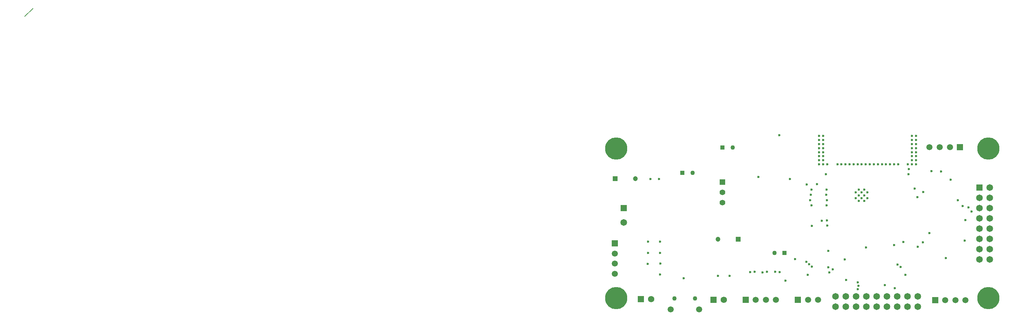
<source format=gbr>
G04 Layer_Physical_Order=2*
G04 Layer_Color=16440176*
%FSLAX45Y45*%
%MOMM*%
%TF.FileFunction,Copper,L2,Inr,Signal*%
%TF.Part,Single*%
G01*
G75*
%TA.AperFunction,ComponentPad*%
%ADD37R,1.40000X1.40000*%
%ADD38C,1.40000*%
%ADD39C,1.65000*%
%ADD40R,1.65000X1.65000*%
%ADD41C,0.60000*%
%ADD42C,1.20000*%
%ADD43R,1.20000X1.20000*%
%ADD44R,1.10000X1.10000*%
%ADD45C,1.10000*%
%TA.AperFunction,ViaPad*%
%ADD46C,5.50000*%
%TA.AperFunction,ComponentPad*%
%ADD47C,1.50000*%
%ADD49C,1.57500*%
%ADD50R,1.57500X1.57500*%
%ADD51C,1.50800*%
%ADD52R,1.50800X1.50800*%
%ADD53R,1.50800X1.50800*%
%TA.AperFunction,ViaPad*%
%ADD54C,0.60000*%
%TA.AperFunction,NonConductor*%
%ADD55C,0.20320*%
D37*
X3024000Y3274000D02*
D03*
D38*
Y3020000D02*
D03*
Y2766000D02*
D03*
D39*
X588000Y2274000D02*
D03*
X9627000Y1361000D02*
D03*
X9373001D02*
D03*
X9627000Y1615000D02*
D03*
X9373000D02*
D03*
X9627001Y1869000D02*
D03*
X9373000D02*
D03*
X9627000Y2123000D02*
D03*
X9373001Y2123000D02*
D03*
X9627000Y2377000D02*
D03*
X9373001Y2377000D02*
D03*
X9373000Y2631000D02*
D03*
X9627000D02*
D03*
X9373000Y2885000D02*
D03*
X9627000Y2885000D02*
D03*
Y3139000D02*
D03*
X5819000Y193000D02*
D03*
Y447000D02*
D03*
X6073000Y193000D02*
D03*
Y447000D02*
D03*
X6327000Y193000D02*
D03*
Y447000D02*
D03*
X6581000Y193000D02*
D03*
Y447000D02*
D03*
X6835000Y193000D02*
D03*
Y447000D02*
D03*
X7089000Y193000D02*
D03*
Y447000D02*
D03*
X7343000Y193000D02*
D03*
Y447000D02*
D03*
X7597000Y193000D02*
D03*
Y447000D02*
D03*
X7851000Y193000D02*
D03*
Y447000D02*
D03*
D40*
X588000Y2624000D02*
D03*
X9373001Y3139000D02*
D03*
D41*
X6533989Y2804809D02*
D03*
X6393989D02*
D03*
X6533989Y2944809D02*
D03*
X6393989D02*
D03*
X6533989Y3084809D02*
D03*
X6393989D02*
D03*
X6603989Y2874809D02*
D03*
X6463989D02*
D03*
X6323989D02*
D03*
X6603989Y3014809D02*
D03*
X6323989D02*
D03*
X6463989D02*
D03*
D42*
X2917000Y1857000D02*
D03*
X877000Y3356000D02*
D03*
D43*
X3417000Y1857000D02*
D03*
X377000Y3356000D02*
D03*
D44*
X3028000Y4130000D02*
D03*
X4560000Y1523000D02*
D03*
X2039000Y3497000D02*
D03*
D45*
X3278000Y4130000D02*
D03*
X4310000Y1523000D02*
D03*
X1845000Y393000D02*
D03*
X2345000Y393000D02*
D03*
X2289000Y3497000D02*
D03*
D46*
X400000Y400000D02*
D03*
Y4100000D02*
D03*
X9600000D02*
D03*
Y400000D02*
D03*
D47*
X1745000Y123001D02*
D03*
X2450000Y123001D02*
D03*
D49*
X3057000Y360000D02*
D03*
X1262001Y372000D02*
D03*
D50*
X2807000Y360000D02*
D03*
X1012000Y372000D02*
D03*
D51*
X9033000Y354000D02*
D03*
X8783000D02*
D03*
X8533000D02*
D03*
X8644000Y4132000D02*
D03*
X8394000D02*
D03*
X8144000D02*
D03*
X4350000Y362000D02*
D03*
X4100000D02*
D03*
X3850000D02*
D03*
X370000Y1503000D02*
D03*
Y1253000D02*
D03*
Y1003000D02*
D03*
X5139000Y362000D02*
D03*
X5389000D02*
D03*
D52*
X8283000Y354000D02*
D03*
X8894000Y4132000D02*
D03*
X3600000Y362000D02*
D03*
X4889000D02*
D03*
D53*
X370000Y1753000D02*
D03*
D54*
X7545000Y976000D02*
D03*
X8427000Y3538000D02*
D03*
X8667000Y3334000D02*
D03*
X8843000Y2827000D02*
D03*
X7840000Y2901000D02*
D03*
X7773000Y3107000D02*
D03*
X8544000Y1389000D02*
D03*
X7849000Y1673000D02*
D03*
X6968001Y3711000D02*
D03*
X7068001D02*
D03*
X7168001D02*
D03*
X7268002D02*
D03*
X7368002D02*
D03*
X7608002D02*
D03*
X6268001D02*
D03*
X6368001D02*
D03*
X6468001D02*
D03*
X6568001D02*
D03*
X6668001D02*
D03*
X6768001D02*
D03*
X6868001D02*
D03*
X5618000D02*
D03*
X5868000D02*
D03*
X5968000D02*
D03*
X6068000D02*
D03*
X6168001D02*
D03*
X5110000Y3214000D02*
D03*
X5365000Y3217000D02*
D03*
X8140000Y2013000D02*
D03*
X9010000Y1826000D02*
D03*
X9105500Y2645500D02*
D03*
X9030000Y2333000D02*
D03*
X8963000Y2683000D02*
D03*
X9180000Y2545000D02*
D03*
X5596000Y3085000D02*
D03*
X5227000D02*
D03*
X5593000Y2956000D02*
D03*
X5207000D02*
D03*
X5235809Y2188000D02*
D03*
X5194000Y2819000D02*
D03*
X5231000Y2700000D02*
D03*
X5615809Y2192809D02*
D03*
X2073000Y896000D02*
D03*
X5597000Y2700000D02*
D03*
X5605000Y2819000D02*
D03*
X4330000Y1050000D02*
D03*
X7039000Y724000D02*
D03*
X6085000Y850000D02*
D03*
X6373000Y794000D02*
D03*
X6386989Y703999D02*
D03*
X6374000Y623000D02*
D03*
X5478000Y2317000D02*
D03*
X5605000Y2319809D02*
D03*
X7281000Y645000D02*
D03*
X7628809Y3589809D02*
D03*
X7623809Y3462809D02*
D03*
X7982000Y1785000D02*
D03*
X7986990Y3029990D02*
D03*
X5581000Y3462380D02*
D03*
X4694000Y3348000D02*
D03*
X5518000Y4411000D02*
D03*
Y4311000D02*
D03*
Y4211000D02*
D03*
Y4111000D02*
D03*
Y4011000D02*
D03*
Y3911000D02*
D03*
Y3811000D02*
D03*
Y3711000D02*
D03*
X7708000Y4411000D02*
D03*
Y4311000D02*
D03*
Y4211000D02*
D03*
Y4111000D02*
D03*
Y4011000D02*
D03*
Y3911000D02*
D03*
Y3811000D02*
D03*
Y3711000D02*
D03*
X5418000Y4411000D02*
D03*
X7808000D02*
D03*
X5418000Y3711000D02*
D03*
Y3811000D02*
D03*
Y3911000D02*
D03*
Y4011000D02*
D03*
Y4111000D02*
D03*
Y4211000D02*
D03*
Y4311000D02*
D03*
X7808000Y3711000D02*
D03*
Y3811000D02*
D03*
Y3911000D02*
D03*
Y4011000D02*
D03*
Y4111000D02*
D03*
Y4211000D02*
D03*
Y4311000D02*
D03*
X1250000Y3351000D02*
D03*
X3915000Y3400000D02*
D03*
X4431000Y4434000D02*
D03*
X4131000Y1051000D02*
D03*
X2914000Y952000D02*
D03*
X1186600Y1517000D02*
D03*
X1186600Y1796000D02*
D03*
X1184600Y1252000D02*
D03*
X1459000Y3348000D02*
D03*
X7498000Y1786000D02*
D03*
X5665000Y1037000D02*
D03*
X5750000Y1110201D02*
D03*
X5642000Y1167000D02*
D03*
X7429985Y1172998D02*
D03*
X7351000Y1235000D02*
D03*
X1482600Y1523000D02*
D03*
X1485600Y1795000D02*
D03*
X1495600Y1257000D02*
D03*
X8192000Y3542000D02*
D03*
X1484000Y982000D02*
D03*
X3203000Y953000D02*
D03*
X7269000Y1711000D02*
D03*
X6573000Y1655000D02*
D03*
X5642000Y1572000D02*
D03*
X6045000Y1362000D02*
D03*
X5096990Y1301997D02*
D03*
X5169500Y1238000D02*
D03*
X5134000Y976000D02*
D03*
X4588000Y829000D02*
D03*
X4444000Y1047000D02*
D03*
X5232000Y1179000D02*
D03*
X4818300Y1365300D02*
D03*
X4015000Y1040000D02*
D03*
X3709000Y1042000D02*
D03*
X3821000Y1052000D02*
D03*
D55*
X-14208830Y7369011D02*
X-14012061Y7565781D01*
Y7575781D01*
%TF.MD5,e8c595816f1cf6430a03f03a9a092032*%
M02*

</source>
